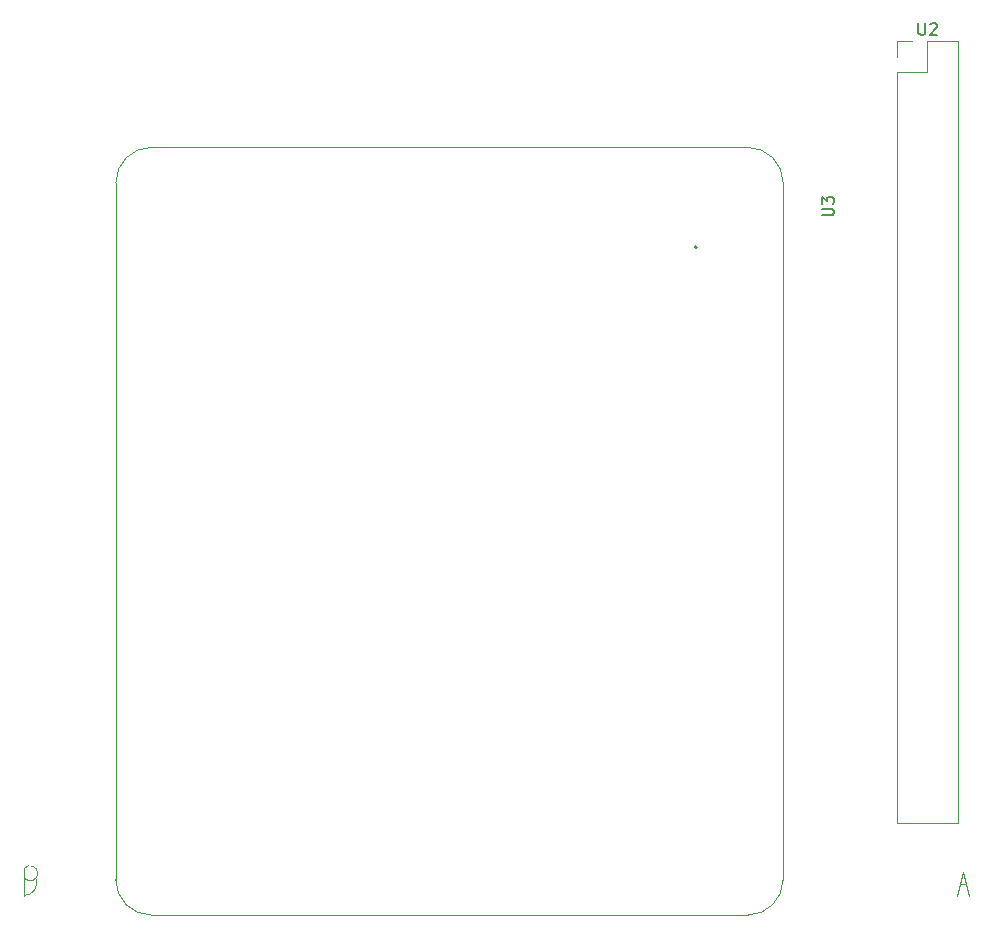
<source format=gbr>
%TF.GenerationSoftware,KiCad,Pcbnew,8.0.0*%
%TF.CreationDate,2024-06-21T11:16:24+02:00*%
%TF.ProjectId,lora,6c6f7261-2e6b-4696-9361-645f70636258,rev?*%
%TF.SameCoordinates,Original*%
%TF.FileFunction,Legend,Top*%
%TF.FilePolarity,Positive*%
%FSLAX46Y46*%
G04 Gerber Fmt 4.6, Leading zero omitted, Abs format (unit mm)*
G04 Created by KiCad (PCBNEW 8.0.0) date 2024-06-21 11:16:24*
%MOMM*%
%LPD*%
G01*
G04 APERTURE LIST*
%ADD10C,0.100000*%
%ADD11C,0.150000*%
%ADD12C,0.120000*%
%ADD13C,0.200000*%
G04 APERTURE END LIST*
D10*
X124850000Y-76740000D02*
X175350000Y-76740000D01*
X114100000Y-137800000D02*
G75*
G02*
X114147231Y-138652769I500000J-400000D01*
G01*
X178350000Y-79740000D02*
X178350000Y-138740000D01*
X121850000Y-79740000D02*
G75*
G02*
X124850000Y-76740000I3000000J0D01*
G01*
X178350000Y-138740000D02*
G75*
G02*
X175350000Y-141740000I-3000000J0D01*
G01*
X175350000Y-76740000D02*
G75*
G02*
X178350000Y-79740000I0J-3000000D01*
G01*
X114100000Y-140100000D02*
X114100000Y-137800000D01*
X115100000Y-138700000D02*
G75*
G02*
X114100000Y-140084846I-1000100J-331300D01*
G01*
X124850000Y-141740000D02*
G75*
G02*
X121850000Y-138740000I0J3000000D01*
G01*
X193850000Y-139100000D02*
X193350000Y-139100000D01*
X121850000Y-138740000D02*
X121850000Y-79740000D01*
X175350000Y-141740000D02*
X124850000Y-141740000D01*
X193600000Y-138100000D02*
X194100000Y-140100000D01*
X193100000Y-140100000D02*
X193600000Y-138100000D01*
D11*
X189808095Y-66224819D02*
X189808095Y-67034342D01*
X189808095Y-67034342D02*
X189855714Y-67129580D01*
X189855714Y-67129580D02*
X189903333Y-67177200D01*
X189903333Y-67177200D02*
X189998571Y-67224819D01*
X189998571Y-67224819D02*
X190189047Y-67224819D01*
X190189047Y-67224819D02*
X190284285Y-67177200D01*
X190284285Y-67177200D02*
X190331904Y-67129580D01*
X190331904Y-67129580D02*
X190379523Y-67034342D01*
X190379523Y-67034342D02*
X190379523Y-66224819D01*
X190808095Y-66320057D02*
X190855714Y-66272438D01*
X190855714Y-66272438D02*
X190950952Y-66224819D01*
X190950952Y-66224819D02*
X191189047Y-66224819D01*
X191189047Y-66224819D02*
X191284285Y-66272438D01*
X191284285Y-66272438D02*
X191331904Y-66320057D01*
X191331904Y-66320057D02*
X191379523Y-66415295D01*
X191379523Y-66415295D02*
X191379523Y-66510533D01*
X191379523Y-66510533D02*
X191331904Y-66653390D01*
X191331904Y-66653390D02*
X190760476Y-67224819D01*
X190760476Y-67224819D02*
X191379523Y-67224819D01*
X181653804Y-82503344D02*
X182464857Y-82503344D01*
X182464857Y-82503344D02*
X182560275Y-82455635D01*
X182560275Y-82455635D02*
X182607985Y-82407926D01*
X182607985Y-82407926D02*
X182655694Y-82312508D01*
X182655694Y-82312508D02*
X182655694Y-82121672D01*
X182655694Y-82121672D02*
X182607985Y-82026254D01*
X182607985Y-82026254D02*
X182560275Y-81978545D01*
X182560275Y-81978545D02*
X182464857Y-81930836D01*
X182464857Y-81930836D02*
X181653804Y-81930836D01*
X181653804Y-81549163D02*
X181653804Y-80928946D01*
X181653804Y-80928946D02*
X182035476Y-81262909D01*
X182035476Y-81262909D02*
X182035476Y-81119782D01*
X182035476Y-81119782D02*
X182083185Y-81024364D01*
X182083185Y-81024364D02*
X182130894Y-80976655D01*
X182130894Y-80976655D02*
X182226312Y-80928946D01*
X182226312Y-80928946D02*
X182464857Y-80928946D01*
X182464857Y-80928946D02*
X182560275Y-80976655D01*
X182560275Y-80976655D02*
X182607985Y-81024364D01*
X182607985Y-81024364D02*
X182655694Y-81119782D01*
X182655694Y-81119782D02*
X182655694Y-81406036D01*
X182655694Y-81406036D02*
X182607985Y-81501454D01*
X182607985Y-81501454D02*
X182560275Y-81549163D01*
D12*
%TO.C,U2*%
X187970000Y-67770000D02*
X189300000Y-67770000D01*
X187970000Y-69100000D02*
X187970000Y-67770000D01*
X187970000Y-70370000D02*
X187970000Y-133930000D01*
X187970000Y-70370000D02*
X190570000Y-70370000D01*
X187970000Y-133930000D02*
X193170000Y-133930000D01*
X190570000Y-67770000D02*
X193170000Y-67770000D01*
X190570000Y-70370000D02*
X190570000Y-67770000D01*
X193170000Y-67770000D02*
X193170000Y-133930000D01*
D13*
%TO.C,U3*%
X171060000Y-85180000D02*
G75*
G02*
X170860000Y-85180000I-100000J0D01*
G01*
X170860000Y-85180000D02*
G75*
G02*
X171060000Y-85180000I100000J0D01*
G01*
%TD*%
M02*

</source>
